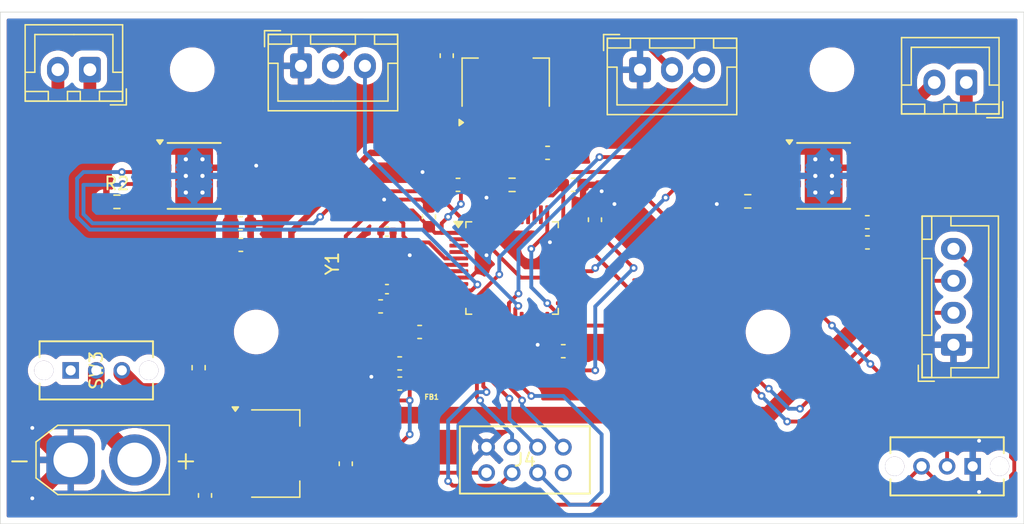
<source format=kicad_pcb>
(kicad_pcb (version 20241229) (generator "pcbnew") (generator_version "9.0")
  (layers (0 "F.Cu" signal) (2 "B.Cu" signal) (13 "F.Paste" user) (15 "B.Paste" user) (5 "F.SilkS" user "F.Silkscreen") (7 "B.SilkS" user "B.Silkscreen") (1 "F.Mask" user) (3 "B.Mask" user) (25 "Edge.Cuts" user))
  (net 0 "")
  (net 1 "PWM_M1_EN")
  (net 2 "PWM_M2_EN")
  (net 3 "SCK")
  (net 4 "/SWDIO")
  (net 5 "TIM3_CH3_SRVO2")
  (net 6 "/Fuse")
  (net 7 "+5V")
  (net 8 "+3.3VA")
  (net 9 "+12V")
  (net 10 "/Res")
  (net 11 "+3.3V")
  (net 12 "/SWCLK")
  (net 13 "I{slash}O_M1_IN")
  (net 14 "CSN")
  (net 15 "CE")
  (net 16 "MOSI")
  (net 17 "/NRST")
  (net 18 "MISO")
  (net 19 "I{slash}O_M2_IN")
  (net 20 "/M1+")
  (net 21 "/M1-")
  (net 22 "/M2+")
  (net 23 "/M2-")
  (net 24 "/ILim")
  (net 25 "GND")
  (net 26 "/HSE_IN")
  (net 27 "/HSE_OUT")
  (net 28 "/SW_BOOT0")
  (net 29 "TIM3_CH3_SRVO1")
  (footprint "Package_SO:Texas_HTSOP-8-1EP_3.9x4.9mm_P1.27mm_EP2.95x4.9mm_Mask2.4x3.1mm_ThermalVias" (layer "F.Cu") (at 127.15 93.3)
    (property "Reference" "U4" (hide yes))
    (property "Value" "DRV8871DDA")
  )
  (footprint "Package_QFP:LQFP-48_7x7mm_P0.5mm" (layer "F.Cu") (at 152 100.5)
    (property "Reference" "U6" (hide yes))
    (property "Value" "STM32F103C8Tx")
  )
  (footprint "Zesti:BEADC1608X95N" (layer "F.Cu") (at 145.678832 108.727753 90)
    (property "Reference" "FB1")
    (property "Value" "120R FerriteBead")
  )
  (footprint "JSTConnectors:CONN_B8B-PHDSS_JST" (layer "F.Cu") (at 150 114.5)
    (property "Reference" "J4")
    (property "Value" "B8B-nRF24L01")
  )
  (footprint "Connector_JST:JST_XH_B3B-XH-A_1x03_P2.50mm_Vertical" (layer "F.Cu") (at 135.5 84.7)
    (property "Reference" "J1" (hide yes))
    (property "Value" "Conn_01x03_Pin" (hide yes))
  )
  (footprint "Capacitor_SMD:C_0402_1005Metric" (layer "F.Cu") (at 142.220003 97.65 180)
    (property "Reference" "C16" (hide yes))
    (property "Value" "10p")
  )
  (footprint "Capacitor_SMD:C_0603_1608Metric" (layer "F.Cu") (at 154.775 91.5)
    (property "Reference" "C18" (hide yes))
    (property "Value" "22u")
  )
  (footprint "Capacitor_SMD:C_0603_1608Metric" (layer "F.Cu") (at 179.764991 96.921212 180)
    (property "Reference" "C8" (hide yes))
    (property "Value" "22u")
  )
  (footprint "Connector_JST:JST_XH_B2B-XH-A_1x02_P2.50mm_Vertical" (layer "F.Cu") (at 187.5 86 180)
    (property "Reference" "M2+1" (hide yes))
    (property "Value" "M2-")
  )
  (footprint "Capacitor_SMD:C_0603_1608Metric" (layer "F.Cu") (at 139 115.797986 -90)
    (property "Reference" "C11" (hide yes))
    (property "Value" "22u")
  )
  (footprint "Zesti:SPDT_OS102011_CNK" (layer "F.Cu") (at 117.499999 108.5 90)
    (property "Reference" "SW3")
    (property "Value" "SW_SPDT")
  )
  (footprint "Capacitor_SMD:C_0603_1608Metric" (layer "F.Cu") (at 156 107)
    (property "Reference" "C2" (hide yes))
    (property "Value" "100n")
  )
  (footprint "Capacitor_SMD:C_0603_1608Metric" (layer "F.Cu") (at 130.797507 98.691327 180)
    (property "Reference" "C7" (hide yes))
    (property "Value" "100n")
  )
  (footprint "Connector_JST:JST_XH_B3B-XH-A_1x03_P2.50mm_Vertical" (layer "F.Cu") (at 162 85)
    (property "Reference" "J2" (hide yes))
    (property "Value" "Conn_01x03_Pin" (hide yes))
  )
  (footprint "Resistor_SMD:R_0603_1608Metric" (layer "F.Cu") (at 170.422114 95.286652)
    (property "Reference" "R3" (hide yes))
    (property "Value" "21k")
  )
  (footprint "Zesti:SPDT_OS102011_CNK" (layer "F.Cu") (at 188 116 -90)
    (property "Reference" "SW2" (hide yes))
    (property "Value" "SW_SPDT")
  )
  (footprint "Capacitor_SMD:C_0603_1608Metric" (layer "F.Cu") (at 179.775 98.5 180)
    (property "Reference" "C9" (hide yes))
    (property "Value" "100n")
  )
  (footprint "MountingHole:MountingHole_3mm" (layer "F.Cu") (at 132 105.5)
    (property "Reference" "H3" (hide yes))
    (property "Value" "MountingHole" (hide yes))
  )
  (footprint "Capacitor_SMD:C_0603_1608Metric" (layer "F.Cu") (at 130.775 97 180)
    (property "Reference" "C6" (hide yes))
    (property "Value" "22u")
  )
  (footprint "Capacitor_SMD:C_0603_1608Metric" (layer "F.Cu") (at 143.21486 107.95559 180)
    (property "Reference" "C13" (hide yes))
    (property "Value" "1u")
  )
  (footprint "Connector_JST:JST_XH_B2B-XH-A_1x02_P2.50mm_Vertical" (layer "F.Cu") (at 119 85 180)
    (property "Reference" "M1+1" (hide yes))
    (property "Value" "M1-")
  )
  (footprint "Package_SO:Texas_HTSOP-8-1EP_3.9x4.9mm_P1.27mm_EP2.95x4.9mm_Mask2.4x3.1mm_ThermalVias" (layer "F.Cu") (at 176.35 93.3)
    (property "Reference" "U5" (hide yes))
    (property "Value" "DRV8871DDA")
  )
  (footprint "Resistor_SMD:R_0603_1608Metric" (layer "F.Cu") (at 152 94 180)
    (property "Reference" "R4" (hide yes))
    (property "Value" "10k")
  )
  (footprint "Capacitor_SMD:C_0603_1608Metric" (layer "F.Cu") (at 145.5 96.5 90)
    (property "Reference" "C1" (hide yes))
    (property "Value" "100n")
  )
  (footprint "Capacitor_SMD:C_0603_1608Metric" (layer "F.Cu") (at 147.775 94 180)
    (property "Reference" "C4" (hide yes))
    (property "Value" "100n")
  )
  (footprint "Zesti:XTAL_ABM10AIG-16.000MHZ-4Z-T3" (layer "F.Cu") (at 142.075001 99.825 180)
    (property "Reference" "Y1")
    (property "Value" "16 MHz")
  )
  (footprint "Fuse:Fuse_0603_1608Metric" (layer "F.Cu") (at 127.5 108.2875 90)
    (property "Reference" "F1" (hide yes))
    (property "Value" "Fuse")
  )
  (footprint "Capacitor_SMD:C_0603_1608Metric" (layer "F.Cu") (at 141.725 103.5 180)
    (property "Reference" "C15" (hide yes))
    (property "Value" "100n")
  )
  (footprint "Capacitor_SMD:C_0603_1608Metric" (layer "F.Cu") (at 146.891402 83.903356 -90)
    (property "Reference" "C19" (hide yes))
    (property "Value" "22u")
  )
  (footprint "MountingHole:MountingHole_3mm" (layer "F.Cu") (at 172 105.5)
    (property "Reference" "H2" (hide yes))
    (property "Value" "MountingHole" (hide yes))
  )
  (footprint "Capacitor_SMD:C_0603_1608Metric" (layer "F.Cu") (at 143.225 109.53 180)
    (property "Reference" "C14" (hide yes))
    (property "Value" "1u")
  )
  (footprint "Capacitor_SMD:C_0603_1608Metric" (layer "F.Cu") (at 128 118.275 -90)
    (property "Reference" "C10" (hide yes))
    (property "Value" "22u")
  )
  (footprint "Connector_JST:JST_XH_B4B-XH-A_1x04_P2.50mm_Vertical" (layer "F.Cu") (at 186.5 106.5 90)
    (property "Reference" "J3" (hide yes))
    (property "Value" "Conn_01x04_Pin")
  )
  (footprint "Capacitor_SMD:C_0402_1005Metric" (layer "F.Cu") (at 142.220003 102.15)
    (property "Reference" "C17" (hide yes))
    (property "Value" "10p")
  )
  (footprint "Capacitor_SMD:C_0603_1608Metric" (layer "F.Cu") (at 158.477529 96.725 90)
    (property "Reference" "C3" (hide yes))
    (property "Value" "100n")
  )
  (footprint "Package_TO_SOT_SMD:SOT-223-3_TabPin2" (layer "F.Cu") (at 151.5 86 90)
    (property "Reference" "U1" (hide yes))
    (property "Value" "AMS1117-5.0")
  )
  (footprint "Capacitor_SMD:C_0603_1608Metric" (layer "F.Cu") (at 144.775 105.5 180)
    (property "Reference" "C12" (hide yes))
    (property "Value" "10n")
  )
  (footprint "Package_TO_SOT_SMD:SOT-223-3_TabPin2" (layer "F.Cu") (at 133.5 115)
    (property "Reference" "U3" (hide yes))
    (property "Value" "AMS1117-3.3")
  )
  (footprint "Connector_AMASS:AMASS_XT30U-F_1x02_P5.0mm_Vertical" (layer "F.Cu") (at 117.5 115.5)
    (property "Reference" "J13" (hide yes))
    (property "Value" "Conn_01x02_Pin")
  )
  (footprint "MountingHole:MountingHole_3mm" (layer "F.Cu") (at 127 85)
    (property "Reference" "H4" (hide yes))
    (property "Value" "MountingHole" (hide yes))
  )
  (footprint "MountingHole:MountingHole_3mm" (layer "F.Cu") (at 177 85)
    (property "Reference" "H1" (hide yes))
    (property "Value" "MountingHole" (hide yes))
  )
  (footprint "Resistor_SMD:R_0603_1608Metric" (layer "F.Cu") (at 121.113914 95.32633)
    (property "Reference" "R2")
    (property "Value" "21k")
  )
  (footprint "Capacitor_SMD:C_0603_1608Metric" (layer "F.Cu") (at 156.775 94)
    (property "Reference" "C5" (hide yes))
    (property "Value" "10u")
  )
  (gr_line (start 112 120.5) (end 192 120.5) (stroke (width 0.05)) (layer "Edge.Cuts"))
  (gr_line (start 192 80.5) (end 112 80.5) (stroke (width 0.05)) (layer "Edge.Cuts"))
  (gr_line (start 112 80.5) (end 112 120.5) (stroke (width 0.05)) (layer "Edge.Cuts"))
  (gr_line (start 192 120.5) (end 192 80.5) (stroke (width 0.05)) (layer "Edge.Cuts"))
  (segment (start 121.5 93) (end 123.94 93) (width 0.3) (layer "F.Cu") (net 1))
  (segment (start 147.8375 102.25) (end 148.83076 102.25) (width 0.3) (layer "F.Cu") (net 1))
  (segment (start 123.94 93) (end 124.275 92.665) (width 0.3) (layer "F.Cu") (net 1))
  (segment (start 148.83076 102.25) (end 149.29038 101.79038) (width 0.3) (layer "F.Cu") (net 1))
  (via (at 121.5 93) (size 0.6) (drill 0.3) (layers "F.Cu" "B.Cu") (net 1))
  (via (at 149.29038 101.79038) (size 0.6) (drill 0.3) (layers "F.Cu" "B.Cu") (net 1))
  (segment (start 145 97.5) (end 132.5 97.5) (width 0.3) (layer "B.Cu") (net 1))
  (segment (start 149.29038 101.79038) (end 145 97.5) (width 0.3) (layer "B.Cu") (net 1))
  (segment (start 132.5 97.5) (end 119 97.5) (width 0.3) (layer "B.Cu") (net 1))
  (segment (start 118 96.5) (end 118 93.5) (width 0.3) (layer "B.Cu") (net 1))
  (segment (start 118.5 93) (end 121.5 93) (width 0.3) (layer "B.Cu") (net 1))
  (segment (start 118 93.5) (end 118.5 93) (width 0.3) (layer "B.Cu") (net 1))
  (segment (start 119 97.5) (end 118 96.5) (width 0.3) (layer "B.Cu") (net 1))
  (segment (start 158.830053 91.830053) (end 164.389477 91.830053) (width 0.3) (layer "F.Cu") (net 2))
  (segment (start 164.389477 91.830053) (end 164.391227 91.831803) (width 0.3) (layer "F.Cu") (net 2))
  (segment (start 166.501803 91.831803) (end 167.335 92.665) (width 0.3) (layer "F.Cu") (net 2))
  (segment (start 147.8375 102.75) (end 149.25 102.75) (width 0.3) (layer "F.Cu") (net 2))
  (segment (start 167.335 92.665) (end 173.475 92.665) (width 0.3) (layer "F.Cu") (net 2))
  (segment (start 164.391227 91.831803) (end 166.501803 91.831803) (width 0.3) (layer "F.Cu") (net 2))
  (segment (start 149.25 102.75) (end 151 101) (width 0.3) (layer "F.Cu") (net 2))
  (via (at 151 101) (size 0.6) (drill 0.3) (layers "F.Cu" "B.Cu") (net 2))
  (via (at 158.830053 91.830053) (size 0.6) (drill 0.3) (layers "F.Cu" "B.Cu") (net 2))
  (segment (start 151 99.660106) (end 158.830053 91.830053) (width 0.3) (layer "B.Cu") (net 2))
  (segment (start 151 101) (end 151 99.660106) (width 0.3) (layer "B.Cu") (net 2))
  (segment (start 150.25 109.16924) (end 151.79038 110.70962) (width 0.3) (layer "F.Cu") (net 3))
  (segment (start 150.25 104.6625) (end 150.25 109.16924) (width 0.3) (layer "F.Cu") (net 3))
  (via (at 151.79038 110.70962) (size 0.6) (drill 0.3) (layers "F.Cu" "B.Cu") (net 3))
  (segment (start 151.79038 110.70962) (end 151.79038 112.29038) (width 0.3) (layer "B.Cu") (net 3))
  (segment (start 151.79038 112.29038) (end 154 114.5) (width 0.3) (layer "B.Cu") (net 3))
  (segment (start 174.5 111.5) (end 184.5 101.5) (width 0.3) (layer "F.Cu") (net 4))
  (segment (start 156.1625 98.75) (end 157.75 98.75) (width 0.3) (layer "F.Cu") (net 4))
  (segment (start 163.5 104.5) (end 166.5 104.5) (width 0.3) (layer "F.Cu") (net 4))
  (segment (start 172 110) (end 172.065687 109.934313) (width 0.3) (layer "F.Cu") (net 4))
  (segment (start 166.5 104.5) (end 172 110) (width 0.3) (layer "F.Cu") (net 4))
  (segment (start 157.75 98.75) (end 163.5 104.5) (width 0.3) (layer "F.Cu") (net 4))
  (segment (start 184.5 101.5) (end 186.5 101.5) (width 0.3) (layer "F.Cu") (net 4))
  (via (at 172.065687 109.934313) (size 0.6) (drill 0.3) (layers "F.Cu" "B.Cu") (net 4))
  (via (at 174.5 111.5) (size 0.6) (drill 0.3) (layers "F.Cu" "B.Cu") (net 4))
  (segment (start 173.631374 111.5) (end 174.5 111.5) (width 0.3) (layer "B.Cu") (net 4))
  (segment (start 172.065687 109.934313) (end 173.631374 111.5) (width 0.3) (layer "B.Cu") (net 4))
  (segment (start 152.25 104.6625) (end 152.25 103.692981) (width 0.3) (layer "F.Cu") (net 5))
  (segment (start 152.25 103.692981) (end 152.488145 103.454836) (width 0.3) (layer "F.Cu") (net 5))
  (via (at 152.488145 103.454836) (size 0.6) (drill 0.3) (layers "F.Cu" "B.Cu") (net 5))
  (segment (start 140.5 91.466691) (end 140.5 84.7) (width 0.3) (layer "B.Cu") (net 5))
  (segment (start 152.488145 103.454836) (end 140.5 91.466691) (width 0.3) (layer "B.Cu") (net 5))
  (segment (start 121.5 108.733878) (end 122.916422 110.1503) (width 1.3) (layer "F.Cu") (net 6))
  (segment (start 122.916422 110.1503) (end 126.4247 110.1503) (width 1.3) (layer "F.Cu") (net 6))
  (segment (start 121.5 108.5) (end 121.5 108.733878) (width 1.3) (layer "F.Cu") (net 6))
  (segment (start 126.4247 110.1503) (end 127.5 109.075) (width 1.3) (layer "F.Cu") (net 6))
  (segment (start 151.5 82.85) (end 162.35 82.85) (width 0.5) (layer "F.Cu") (net 7))
  (segment (start 144 81.5) (end 141.2 81.5) (width 0.5) (layer "F.Cu") (net 7))
  (segment (start 145.628356 83.128356) (end 144 81.5) (width 0.5) (layer "F.Cu") (net 7))
  (segment (start 141.2 81.5) (end 138 84.7) (width 0.5) (layer "F.Cu") (net 7))
  (segment (start 146.891402 83.128356) (end 145.628356 83.128356) (width 0.5) (layer "F.Cu") (net 7))
  (segment (start 146.891402 83.128356) (end 151.221644 83.128356) (width 0.5) (layer "F.Cu") (net 7))
  (segment (start 151.221644 83.128356) (end 151.5 82.85) (width 0.5) (layer "F.Cu") (net 7))
  (segment (start 162.35 82.85) (end 164.5 85) (width 0.5) (layer "F.Cu") (net 7))
  (segment (start 143.98986 107.95559) (end 143.98986 107.06014) (width 0.3) (layer "F.Cu") (net 8))
  (segment (start 145.678832 107.992753) (end 144.027023 107.992753) (width 0.3) (layer "F.Cu") (net 8))
  (segment (start 145.55 105.5) (end 145.55 102.95) (width 0.3) (layer "F.Cu") (net 8))
  (segment (start 145.55 102.95) (end 146.75 101.75) (width 0.3) (layer "F.Cu") (net 8))
  (segment (start 143.98986 107.06014) (end 145.55 105.5) (width 0.3) (layer "F.Cu") (net 8))
  (segment (start 144.027023 107.992753) (end 143.98986 107.95559) (width 0.3) (layer "F.Cu") (net 8))
  (segment (start 146.75 101.75) (end 147.8375 101.75) (width 0.3) (layer "F.Cu") (net 8))
  (segment (start 119.499999 112.499999) (end 119.499999 108.5) (width 1.3) (layer "F.Cu") (net 9))
  (segment (start 179.225 95.205) (end 179.225 96.686203) (width 1) (layer "F.Cu") (net 9))
  (segment (start 136 108.5) (end 139.5 112) (width 1.3) (layer "F.Cu") (net 9))
  (segment (start 128 117.5) (end 128 112) (width 0.3) (layer "F.Cu") (net 9))
  (segment (start 136 103.5) (end 136 108.5) (width 1.3) (layer "F.Cu") (net 9))
  (segment (start 130.025 96.975) (end 130 97) (width 1) (layer "F.Cu") (net 9))
  (segment (start 130.025 95.205) (end 130.025 96.975) (width 1) (layer "F.Cu") (net 9))
  (segment (start 134.75 102.25) (end 136 103.5) (width 1.3) (layer "F.Cu") (net 9))
  (segment (start 128.5 111.5) (end 128.5 108.5) (width 0.3) (layer "F.Cu") (net 9))
  (segment (start 122.5 115.5) (end 119.499999 112.499999) (width 1.3) (layer "F.Cu") (net 9))
  (segment (start 127.5 107.5) (end 127.5 103.5) (width 1.3) (layer "F.Cu") (net 9))
  (segment (start 130 101) (end 130 97) (width 1.3) (layer "F.Cu") (net 9))
  (segment (start 139.5 112) (end 172 112) (width 1.3) (layer "F.Cu") (net 9))
  (segment (start 128.2 117.3) (end 128 117.5) (width 0.3) (layer "F.Cu") (net 9))
  (segment (start 134.75 97.687925) (end 134.75 102.25) (width 0.5) (layer "F.Cu") (net 9))
  (segment (start 130.35 117.3) (end 128.2 117.3) (width 0.3) (layer "F.Cu") (net 9))
  (segment (start 154 91.5) (end 140.937925 91.5) (width 0.5) (layer "F.Cu") (net 9))
  (segment (start 154 89.35) (end 153.8 89.15) (width 0.5) (layer "F.Cu") (net 9))
  (segment (start 178.989991 105.010009) (end 178.989991 96.921212) (width 1.3) (layer "F.Cu") (net 9))
  (segment (start 130 101) (end 133.5 101) (width 1.3) (layer "F.Cu") (net 9))
  (segment (start 128 112) (end 128.5 111.5) (width 0.3) (layer "F.Cu") (net 9))
  (segment (start 128.5 108.5) (end 127.5 107.5) (width 0.3) (layer "F.Cu") (net 9))
  (segment (start 172 112) (end 178.989991 105.010009) (width 1.3) (layer "F.Cu") (net 9))
  (segment (start 133.5 101) (end 134.75 102.25) (width 1.3) (layer "F.Cu") (net 9))
  (segment (start 140.937925 91.5) (end 134.75 97.687925) (width 0.5) (layer "F.Cu") (net 9))
  (segment (start 154 91.5) (end 154 89.35) (width 0.5) (layer "F.Cu") (net 9))
  (segment (start 127.5 103.5) (end 130 101) (width 1.3) (layer "F.Cu") (net 9))
  (segment (start 179.225 96.686203) (end 178.989991 96.921212) (width 1) (layer "F.Cu") (net 9))
  (segment (start 151.25 96.3375) (end 151.25 94.217497) (width 0.3) (layer "F.Cu") (net 10))
  (segment (start 151.25 94.217497) (end 151.233116 94.200613) (width 0.3) (layer "F.Cu") (net 10))
  (segment (start 141 96) (end 144.225 96) (width 0.3) (layer "F.Cu") (net 11))
  (segment (start 145.975 97.75) (end 145.5 97.275) (width 0.3) (layer "F.Cu") (net 11))
  (segment (start 158.5 108.5) (end 156.725 108.5) (width 0.3) (layer "F.Cu") (net 11))
  (segment (start 148.55 94) (end 149.376 93.174) (width 0.3) (layer "F.Cu") (net 11))
  (segment (start 148 95.5) (end 148 94.55) (width 0.3) (layer "F.Cu") (net 11))
  (segment (start 136.65 115) (end 138.977014 115) (width 0.3) (layer "F.Cu") (net 11))
  (segment (start 186.999999 119) (end 183.999999 116) (width 0.3) (layer "F.Cu") (net 11))
  (segment (start 156.4125 97.5) (end 156.1625 97.75) (width 0.3) (layer "F.Cu") (net 11))
  (segment (start 146.5 97.75) (end 146.5 97) (width 0.3) (layer "F.Cu") (net 11))
  (segment (start 158.477529 97.5) (end 156 97.5) (width 0.3) (layer "F.Cu") (net 11))
  (segment (start 139 109.5) (end 139 98) (width 0.3) (layer "F.Cu") (net 11))
  (segment (start 146.5 97.75) (end 145.975 97.75) (width 0.3) (layer "F.Cu") (net 11))
  (segment (start 149.25 96.3375) (end 149.25 94.7) (width 0.3) (layer "F.Cu") (net 11))
  (segment (start 139 109.5) (end 139.25 109.75) (width 0.3) (layer "F.Cu") (net 11))
  (segment (start 145.678832 109.462753) (end 144.067247 109.462753) (width 0.3) (layer "F.Cu") (net 11))
  (segment (start 154.75 106.525) (end 155.225 107) (width 0.3) (layer "F.Cu") (net 11))
  (segment (start 191 115.273229) (end 191.250301 115.52353) (width 0.3) (layer "F.Cu") (net 11))
  (segment (start 183.999999 116) (end 180.999999 119) (width 0.3) (layer "F.Cu") (net 11))
  (segment (start 191.250301 116.47647) (end 191 116.726771) (width 0.3) (layer "F.Cu") (net 11))
  (segment (start 154.75 104.6625) (end 154.75 106.525) (width 0.3) (layer "F.Cu") (net 11))
  (segment (start 149.25 94.7) (end 148.55 94) (width 0.3) (layer "F.Cu") (net 11))
  (segment (start 141.522986 115.022986) (end 143 116.5) (width 0.3) (layer "F.Cu") (net 11))
  (segment (start 149.376 93.174) (end 151.756774 93.174) (width 0.3) (layer "F.Cu") (net 11))
  (segment (start 141.522986 115.022986) (end 142.477014 115.022986) (width 0.3) (layer "F.Cu") (net 11))
  (segment (start 144 110.85) (end 140.35 110.85) (width 0.3) (layer "F.Cu") (net 11))
  (segment (start 191 119) (end 186.999999 119) (width 0.3) (layer "F.Cu") (net 11))
  (segment (start 142.477014 115.022986) (end 144 113.5) (width 0.3) (layer "F.Cu") (net 11))
  (segment (start 148 94.55) (end 148.55 94) (width 0.3) (layer "F.Cu") (net 11))
  (segment (start 146.5 97) (end 147 96.5) (width 0.3) (layer "F.Cu") (net 11))
  (segment (start 156 97.5875) (end 156.1625 97.75) (width 0.3) (layer "F.Cu") (net 11))
  (segment (start 138.977014 115) (end 139 115.022986) (width 0.3) (layer "F.Cu") (net 11))
  (segment (start 144.225 96) (end 145.5 97.275) (width 0.3) (layer "F.Cu") (net 11))
  (segment (start 139 115.022986) (end 141.522986 115.022986) (width 0.3) (layer "F.Cu") (net 11))
  (segment (start 156 94) (end 156 97.5) (width 0.3) (layer "F.Cu") (net 11))
  (segment (start 144 110.85) (end 144 109.53) (width 0.3) (layer "F.Cu") (net 11))
  (segment (start 180.999999 119) (end 145.5 119) (width 0.3) (layer "F.Cu") (net 11))
  (segment (start 151.756774 93.174) (end 152.074 93.491226) (width 0.3) (layer "F.Cu") (net 11))
  (segment (start 191 103.5) (end 191 115.273229) (width 0.3) (layer "F.Cu") (net 11))
  (segment (start 152.391226 94.826) (end 155.174 94.826) (width 0.3) (layer "F.Cu") (net 11))
  (segment (start 155.174 94.826) (end 156 94) (width 0.3) (layer "F.Cu") (net 11))
  (segment (start 156.725 108.5) (end 155.225 107) (width 0.3) (layer "F.Cu") (net 11))
  (segment (start 143 116.5) (end 150 116.500001) (width 0.3) (layer "F.Cu") (net 11))
  (segment (start 186.5 99) (end 191 103.5) (width 0.3) (layer "F.Cu") (net 11))
  (segment (start 152.074 93.491226) (end 152.074 94.508774) (width 0.3) (layer "F.Cu") (net 11))
  (segment (start 139 98) (end 141 96) (width 0.3) (layer "F.Cu") (net 11))
  (segment (start 145.5 119) (end 143 116.5) (width 0.3) (layer "F.Cu") (net 11))
  (segment (start 144.067247 109.462753) (end 144 109.53) (width 0.3) (layer "F.Cu") (net 11))
  (segment (start 158.477529 97.5) (end 158.5 97.5) (width 0.3) (layer "F.Cu") (net 11))
  (segment (start 147.8375 97.75) (end 146.5 97.75) (width 0.3) (layer "F.Cu") (net 11))
  (segment (start 191 116.726771) (end 191 119) (width 0.3) (layer "F.Cu") (net 11))
  (segment (start 156 97.5) (end 156 97.5875) (width 0.3) (layer "F.Cu") (net 11))
  (segment (start 140.35 110.85) (end 139 109.5) (width 0.3) (layer "F.Cu") (net 11))
  (segment (start 152.074 94.508774) (end 152.391226 94.826) (width 0.3) (layer "F.Cu") (net 11))
  (segment (start 158.5 97.5) (end 161.5 100.5) (width 0.3) (layer "F.Cu") (net 11))
  (segment (start 191.250301 115.52353) (end 191.250301 116.47647) (width 0.3) (layer "F.Cu") (net 11))
  (via (at 158.5 108.5) (size 0.6) (drill 0.3) (layers "F.Cu" "B.Cu") (net 11))
  (via (at 148 95.5) (size 0.6) (drill 0.3) (layers "F.Cu" "B.Cu") (net 11))
  (via (at 144 110.85) (size 0.6) (drill 0.3) (layers "F.Cu" "B.Cu") (net 11))
  (via (at 144 113.5) (size 0.6) (drill 0.3) (layers "F.Cu" "B.Cu") (net 11))
  (via (at 161.5 100.5) (size 0.6) (drill 0.3) (layers "F.Cu" "B.Cu") (net 11))
  (via (at 147 96.5) (size 0.6) (drill 0.3) (layers "F.Cu" "B.Cu") (net 11))
  (segment (start 161.5 100.5) (end 158.5 103.5) (width 0.3) (layer "B.Cu") (net 11))
  (segment (start 147 96.5) (end 148 95.5) (width 0.3) (layer "B.Cu") (net 11))
  (segment (start 144 113.5) (end 144 110.85) (width 0.3) (layer "B.Cu") (net 11))
  (segment (start 158.5 103.5) (end 158.5 108.5) (width 0.3) (layer "B.Cu") (net 11))
  (segment (start 183 104) (end 186.5 104) (width 0.3) (layer "F.Cu") (net 12))
  (segment (start 154.75 103.25) (end 156.5 105) (width 0.3) (layer "F.Cu") (net 12))
  (segment (start 156.5 105) (end 166 105) (width 0.3) (layer "F.Cu") (net 12))
  (segment (start 173.5 112.5) (end 174.5 112.5) (width 0.3) (layer "F.Cu") (net 12))
  (segment (start 174.5 112.5) (end 183 104) (width 0.3) (layer "F.Cu") (net 12))
  (segment (start 153.5 99) (end 154.75 97.75) (width 0.3) (layer "F.Cu") (net 12))
  (segment (start 166 105) (end 171.5 110.5) (width 0.3) (layer "F.Cu") (net 12))
  (segment (start 154.75 97.75) (end 154.75 96.3375) (width 0.3) (layer "F.Cu") (net 12))
  (via (at 171.5 110.5) (size 0.6) (drill 0.3) (layers "F.Cu" "B.Cu") (net 12))
  (via (at 154.75 103.25) (size 0.6) (drill 0.3) (layers "F.Cu" "B.Cu") (net 12))
  (via (at 153.5 99) (size 0.6) (drill 0.3) (layers "F.Cu" "B.Cu") (net 12))
  (via (at 173.5 112.5) (size 0.6) (drill 0.3) (layers "F.Cu" "B.Cu") (net 12))
  (segment (start 153.5 102) (end 154.75 103.25) (width 0.3) (layer "B.Cu") (net 12))
  (segment (start 173.5 112.5) (end 171.5 110.5) (width 0.3) (layer "B.Cu") (net 12))
  (segment (start 153.5 99) (end 153.5 102) (width 0.3) (layer "B.Cu") (net 12))
  (segment (start 145.994822 94.924) (end 146.070822 95) (width 0.3) (layer "F.Cu") (net 13))
  (segment (start 146.429534 95) (end 152.679534 101.25) (width 0.3) (layer "F.Cu") (net 13))
  (segment (start 137 96.5) (end 139 94.5) (width 0.3) (layer "F.Cu") (net 13))
  (segment (start 139 94.5) (end 145 94.5) (width 0.3) (layer "F.Cu") (net 13))
  (segment (start 145.424 94.924) (end 145.994822 94.924) (width 0.3) (layer "F.Cu") (net 13))
  (segment (start 145 94.5) (end 145.424 94.924) (width 0.3) (layer "F.Cu") (net 13))
  (segment (start 146.070822 95) (end 146.429534 95) (width 0.3) (layer "F.Cu") (net 13))
  (segment (start 121.565 93.935) (end 124.275 93.935) (width 0.3) (layer "F.Cu") (net 13))
  (segment (start 152.679534 101.25) (end 156.1625 101.25) (width 0.3) (layer "F.Cu") (net 13))
  (via (at 137 96.5) (size 0.6) (drill 0.3) (layers "F.Cu" "B.Cu") (net 13))
  (via (at 121.565 93.935) (size 0.6) (drill 0.3) (layers "F.Cu" "B.Cu") (net 13))
  (segment (start 118.501 94) (end 121.5 94) (width 0.3) (layer "B.Cu") (net 13))
  (segment (start 121.5 94) (end 121.565 93.935) (width 0.3) (layer "B.Cu") (net 13))
  (segment (start 119.20752 96.999) (end 118.501 96.29248) (width 0.3) (layer "B.Cu") (net 13))
  (segment (start 136.501 96.999) (end 119.20752 96.999) (width 0.3) (layer "B.Cu") (net 13))
  (segment (start 118.501 96.29248) (end 118.501 94) (width 0.3) (layer "B.Cu") (net 13))
  (segment (start 137 96.5) (end 136.501 96.999) (width 0.3) (layer "B.Cu") (net 13))
  (segment (start 149.75 109.75) (end 149.75 104.6625) (width 0.3) (layer "F.Cu") (net 14))
  (segment (start 150 110) (end 149.75 109.75) (width 0.3) (layer "F.Cu") (net 14))
  (segment (start 150.988599 117.511401) (end 151.999999 116.500001) (width 0.3) (layer "F.Cu") (net 14))
  (segment (start 150 110.199) (end 150 110) (width 0.3) (layer "F.Cu") (net 14))
  (segment (start 147.3614 117.511401) (end 150.988599 117.511401) (width 0.3) (layer "F.Cu") (net 14))
  (segment (start 147 117.150001) (end 147.3614 117.511401) (width 0.3) (layer "F.Cu") (net 14))
  (via (at 147 117.150001) (size 0.6) (drill 0.3) (layers "F.Cu" "B.Cu") (net 14))
  (via (at 150 110.199) (size 0.6) (drill 0.3) (layers "F.Cu" "B.Cu") (net 14))
  (segment (start 147 112.429346) (end 147 113.5) (width 0.3) (layer "B.Cu") (net 14))
  (segment (start 147 113.5) (end 147 117.150001) (width 0.3) (layer "B.Cu") (net 14))
  (segment (start 149.230346 110.199) (end 147 112.429346) (width 0.3) (layer "B.Cu") (net 14))
  (segment (start 150 110.199) (end 149.230346 110.199) (width 0.3) (layer "B.Cu") (net 14))
  (segment (start 149.5 110.85) (end 149.25 110.6) (width 0.3) (layer "F.Cu") (net 15))
  (segment (start 149.25 110.6) (end 149.25 104.6625) (width 0.3) (layer "F.Cu") (net 15))
  (via (at 149.5 110.85) (size 0.6) (drill 0.3) (layers "F.Cu" "B.Cu") (net 15))
  (segment (start 149.5 111) (end 151.999999 113.499999) (width 0.3) (layer "B.Cu") (net 15))
  (segment (start 151.999999 113.499999) (end 151.999999 114.5) (width 0.3) (layer "B.Cu") (net 15))
  (segment (start 149.5 110.85) (end 149.5 111) (width 0.3) (layer "B.Cu") (net 15))
  (segment (start 151.25 108.25) (end 153.5 110.5) (width 0.3) (layer "F.Cu") (net 16))
  (segment (start 151.25 104.6625) (end 151.25 108.25) (width 0.3) (layer "F.Cu") (net 16))
  (via (at 153.5 110.5) (size 0.6) (drill 0.3) (layers "F.Cu" "B.Cu") (net 16))
  (segment (start 156 110.5) (end 159 113.5) (width 0.3) (layer "B.Cu") (net 16))
  (segment (start 159 118) (end 158 119) (width 0.3) (layer "B.Cu") (net 16))
  (segment (start 159 113.5) (end 159 118) (width 0.3) (layer "B.Cu") (net 16))
  (segment (start 158 119) (end 156.499999 119) (width 0.3) (layer "B.Cu") (net 16))
  (segment (start 153.5 110.5) (end 156 110.5) (width 0.3) (layer "B.Cu") (net 16))
  (segment (start 156.499999 119) (end 154 116.500001) (width 0.3) (layer "B.Cu") (net 16))
  (segment (start 144 103.5) (end 142.5 103.5) (width 0.3) (layer "F.Cu") (net 17))
  (segment (start 146.75 100.75) (end 144 103.5) (width 0.3) (layer "F.Cu") (net 17))
  (segment (start 147.8375 100.75) (end 146.75 100.75) (width 0.3) (layer "F.Cu") (net 17))
  (segment (start 151 109) (end 152.780626 110.780626) (width 0.3) (layer "F.Cu") (net 18))
  (segment (start 150.75 108.75) (end 151 109) (width 0.3) (layer "F.Cu") (net 18))
  (segment (start 152.780626 110.780626) (end 152.780626 110.85) (width 0.3) (layer "F.Cu") (net 18))
  (segment (start 150.75 104.6625) (end 150.75 108.75) (width 0.3) (layer "F.Cu") (net 18))
  (via (at 152.780626 110.85) (size 0.6) (drill 0.3) (layers "F.Cu" "B.Cu") (net 18))
  (segment (start 152.780626 110.85) (end 152.780626 111.280628) (width 0.3) (layer "B.Cu") (net 18))
  (segment (start 152.780626 111.280628) (end 155.999998 114.5) (width 0.3) (layer "B.Cu") (net 18))
  (segment (start 156.1625 100.75) (end 158.25 100.75) (width 0.3) (layer "F.Cu") (net 19))
  (segment (start 158.25 100.75) (end 158.5 100.5) (width 0.3) (layer "F.Cu") (net 19))
  (segment (start 164 95) (end 165.065 93.935) (width 0.3) (layer "F.Cu") (net 19))
  (segment (start 165.065 93.935) (end 173.475 93.935) (width 0.3) (layer "F.Cu") (net 19))
  (via (at 158.5 100.5) (size 0.6) (drill 0.3) (layers "F.Cu" "B.Cu") (net 19))
  (via (at 164 95) (size 0.6) (drill 0.3) (layers "F.Cu" "B.Cu") (net 19))
  (segment (start 159.5 99.5) (end 164 95) (width 0.3) (layer "B.Cu") (net 19))
  (segment (start 158.5 100.5) (end 159.5 99.5) (width 0.3) (layer "B.Cu") (net 19))
  (segment (start 134.5 91) (end 131.799 88.299) (width 1) (layer "F.Cu") (net 20))
  (segment (start 120 88.299) (end 119 87.299) (width 1) (layer "F.Cu") (net 20))
  (segment (start 134.065 93.935) (end 134.5 93.5) (width 1) (layer "F.Cu") (net 20))
  (segment (start 131.799 88.299) (end 120 88.299) (width 1) (layer "F.Cu") (net 20))
  (segment (start 130.025 93.935) (end 134.065 93.935) (width 1) (layer "F.Cu") (net 20))
  (segment (start 134.5 93.5) (end 134.5 91) (width 1) (layer "F.Cu") (net 20))
  (segment (start 119 87.299) (end 119 85) (width 1) (layer "F.Cu") (net 20))
  (segment (start 116.5 86.7) (end 119.3 89.5) (width 1) (layer "F.Cu") (net 21))
  (segment (start 116.5 85) (end 116.5 86.7) (width 1) (layer "F.Cu") (net 21))
  (segment (start 130.025 90.025) (end 130.025 91.395) (width 1) (layer "F.Cu") (net 21))
  (segment (start 129.5 89.5) (end 130.025 90.025) (width 1) (layer "F.Cu") (net 21))
  (segment (start 119.3 89.5) (end 129.5 89.5) (width 1) (layer "F.Cu") (net 21))
  (segment (start 181.325 93.935) (end 187.5 87.76) (width 1) (layer "F.Cu") (net 22))
  (segment (start 187.5 87.76) (end 187.5 86) (width 1) (layer "F.Cu") (net 22))
  (segment (start 179.225 93.935) (end 181.325 93.935) (width 1) (layer "F.Cu") (net 22))
  (segment (start 179.225 91.395) (end 179.605 91.395) (width 1) (layer "F.Cu") (net 23))
  (segment (start 179.605 91.395) (end 185 86) (width 1) (layer "F.Cu") (net 23))
  (segment (start 122.060244 95.205) (end 121.938914 95.32633) (width 0.5) (layer "F.Cu") (net 24))
  (segment (start 173.475 95.205) (end 171.328766 95.205) (width 0.5) (layer "F.Cu") (net 24))
  (segment (start 171.328766 95.205) (end 171.247114 95.286652) (width 0.5) (layer "F.Cu") (net 24))
  (segment (start 124.275 95.205) (end 122.060244 95.205) (width 0.5) (layer "F.Cu") (net 24))
  (segment (start 155.190908 98.25) (end 154.955883 98.485025) (width 0.3) (layer "F.Cu") (net 25))
  (segment (start 154.25 106.25) (end 154 106.5) (width 0.3) (layer "F.Cu") (net 25))
  (segment (start 131.835 92.665) (end 132 92.5) (width 0.3) (layer "F.Cu") (net 25))
  (segment (start 147 94) (end 146 94) (width 0.3) (layer "F.Cu") (net 25))
  (segment (start 149.75 96.3375) (end 149.75 95.25) (width 0.3) (layer "F.Cu") (net 25))
  (segment (start 141.45 101.859997) (end 141.740003 102.15) (width 0.5) (layer "F.Cu") (net 25))
  (segment (start 117 115.5) (end 117.5 115.5) (width 1.3) (layer "F.Cu") (net 25))
  (segment (start 142.45 109.53) (end 141.53 109.53) (width 0.3) (layer "F.Cu") (net 25))
  (segment (start 146 94) (end 145 93) (width 0.3) (layer "F.Cu") (net 25))
  (segment (start 158.5 94) (end 159 94.5) (width 0.3) (layer "F.Cu") (net 25))
  (segment (start 188 116) (end 188 117.5) (width 0.3) (layer "F.Cu") (net 25))
  (segment (start 158.477529 95.95) (end 159.55 95.95) (width 0.3) (layer "F.Cu") (net 25))
  (segment (start 145.5 95.725) (end 144.925 95.15) (width 0.3) (layer "F.Cu") (net 25))
  (segment (start 117.5 115.5) (end 114.5 118.5) (width 1.3) (layer "F.Cu") (net 25))
  (segment (start 150 100) (end 150 99.5) (width 0.3) (layer "F.Cu") (net 25))
  (segment (start 168.213348 95.286652) (end 168 95.5) (width 0.5) (layer "F.Cu") (net 25))
  (segment (start 159.55 95.95) (end 160 95.5) (width 0.3) (layer "F.Cu") (net 25))
  (segment (start 154.25 104.6625) (end 154.25 106.25) (width 0.3) (layer "F.Cu") (net 25))
  (segment (start 114.5 113) (end 117 115.5) (width 1.3) (layer "F.Cu") (net 25))
  (segment (start 141.45 100.65) (end 141.45 101.859997) (width 0.5) (layer "F.Cu") (net 25))
  (segment (start 141.53 109.53) (end 141 109) (width 0.3) (layer "F.Cu") (net 25))
  (segment (start 144.925 95.15) (end 142 95.15) (width 0.3) (layer "F.Cu") (net 25))
  (segment (start 188 116) (end 188 114.5) (width 0.3) (layer "F.Cu") (net 25))
  (segment (start 156.1625 98.25) (end 155.190908 98.25) (width 0.3) (layer "F.Cu") (net 25))
  (segment (start 147.8375 101.25) (end 148.75 101.25) (width 0.3) (layer "F.Cu") (net 25))
  (segment (start 144 99.5) (end 143.5 99) (width 0.5) (layer "F.Cu") (net 25))
  (segment (start 169.597114 95.286652) (end 168.213348 95.286652) (width 0.5) (layer "F.Cu") (net 25))
  (segment (start 149.75 95.25) (end 150 95) (width 0.3) (layer "F.Cu") (net 25))
  (segment (start 148.75 101.25) (end 150 100) (width 0.3) (layer "F.Cu") (net 25))
  (segment (start 130.025 92.665) (end 131.835 92.665) (width 0.3) (layer "F.Cu") (net 25))
  (segment (start 188 114.5) (end 188.5 114) (width 0.3) (layer "F.Cu") (net 25))
  (segment (start 157.55 94) (end 158.5 94) (width 0.3) (layer "F.Cu") (net 25))
  (segment (start 188 117.5) (end 188.5 118) (width 0.3) (layer "F.Cu") (net 25))
  (segment (start 142.700002 99) (end 143.5 99) (width 0.5) (layer "F.Cu") (net 25))
  (segment (start 142.700003 97.65) (end 142.700002 99) (width 0.5) (layer "F.Cu") (net 25))
  (via (at 145 93) (size 0.6) (drill 0.3) (layers "F.Cu" "B.Cu") (net 25))
  (via (at 144 99.5) (size 0.6) (drill 0.3) (layers "F.Cu" "B.Cu") (net 25))
  (via (at 159 94.5) (size 0.6) (drill 0.3) (layers "F.Cu" "B.Cu") (net 25))
  (via (at 150 95) (size 0.6) (drill 0.3) (layers "F.Cu" "B.Cu") (net 25))
  (via (at 154.955883 98.485025) (size 0.6) (drill 0.3) (layers "F.Cu" "B.Cu") (net 25))
  (via (at 168 95.5) (size 0.6) (drill 0.3) (layers "F.Cu" "B.Cu") (net 25))
  (via (at 141 109) (size 0.6) (drill 0.3) (layers "F.Cu" "B.Cu") (net 25))
  (via (at 154 106.5) (size 0.6) (drill 0.3) (layers "F.Cu" "B.Cu") (net 25))
  (via (at 132 92.5) (size 0.6) (drill 0.3) (layers "F.Cu" "B.Cu") (net 25))
  (via (at 150 99.5) (size 0.6) (drill 0.3) (layers "F.Cu" "B.Cu") (net 25))
  (via (at 188.5 118) (size 0.6) (drill 0.3) (layers "F.Cu" "B.Cu") (net 25))
  (via (at 114.5 118.5) (size 0.6) (drill 0.3) (layers "F.Cu" "B.Cu") (net 25))
  (via (at 142 95.15) (size 0.6) (drill 0.3) (layers "F.Cu" "B.Cu") (net 25))
  (via (at 114.5 113) (size 0.6) (drill 0.3) (layers "F.Cu" "B.Cu") (net 25))
  (via (at 188.5 114) (size 0.6) (drill 0.3) (layers "F.Cu" "B.Cu") (net 25))
  (via (at 160 95.5) (size 0.6) (drill 0.3) (layers "F.Cu" "B.Cu") (net 25))
  (segment (start 147.8375 99.75) (end 146.75 99.75) (width 0.3) (layer "F.Cu") (net 26))
  (segment (start 142.42484 96.655164) (end 141.740003 97.340001) (width 0.3) (layer "F.Cu") (net 26))
  (segment (start 143.155164 96.655164) (end 142.42484 96.655164) (width 0.3) (layer "F.Cu") (net 26))
  (segment (start 141.740003 98.709996) (end 141.449999 99) (width 0.3) (layer "F.Cu") (net 26))
  (segment (start 146.75 99.75) (end 145.5 98.5) (width 0.3) (layer "F.Cu") (net 26))
  (segment (start 143.5 98) (end 143.5 97) (width 0.3) (layer "F.Cu") (net 26))
  (segment (start 143.5 97) (end 143.155164 96.655164) (width 0.3) (layer "F.Cu") (net 26))
  (segment (start 144 98.5) (end 143.5 98) (width 0.3) (layer "F.Cu") (net 26))
  (segment (start 145.5 98.5) (end 144 98.5) (width 0.3) (layer "F.Cu") (net 26))
  (segment (start 141.740003 97.340001) (end 141.740003 97.65) (width 0.3) (layer "F.Cu") (net 26))
  (segment (start 141.740003 97.65) (end 141.740003 98.709996) (width 0.3) (layer "F.Cu") (net 26))
  (segment (start 142.700003 102.15) (end 144.35 102.15) (width 0.3) (layer "F.Cu") (net 27))
  (segment (start 144.35 102.15) (end 146.25 100.25) (width 0.3) (layer "F.Cu") (net 27))
  (segment (start 142.700003 102.15) (end 142.700003 100.65) (width 0.3) (layer "F.Cu") (net 27))
  (segment (start 146.25 100.25) (end 147.8375 100.25) (width 0.3) (layer "F.Cu") (net 27))
  (segment (start 157.5 93) (end 160.5 93) (width 0.3) (layer "F.Cu") (net 28))
  (segment (start 168 100.5) (end 172.5 100.5) (width 0.3) (layer "F.Cu") (net 28))
  (segment (start 180 108) (end 186 114) (width 0.3) (layer "F.Cu") (net 28))
  (segment (start 186 114) (end 186 116) (width 0.3) (layer "F.Cu") (net 28))
  (segment (start 153.825 93) (end 157.5 93) (width 0.3) (layer "F.Cu") (net 28))
  (segment (start 172.5 100.5) (end 177 105) (width 0.3) (layer "F.Cu") (net 28))
  (segment (start 152.825 94) (end 153.825 93) (width 0.3) (layer "F.Cu") (net 28))
  (segment (start 160.5 93) (end 168 100.5) (width 0.3) (layer "F.Cu") (net 28))
  (via (at 177 105) (size 0.6) (drill 0.3) (layers "F.Cu" "B.Cu") (net 28))
  (via (at 180 108) (size 0.6) (drill 0.3) (layers "F.Cu" "B.Cu") (net 28))
  (segment (start 177 105) (end 180 108) (width 0.3) (layer "B.Cu") (net 28))
  (segment (start 151.75 104.6625) (end 151.75 103.25) (width 0.3) (layer "F.Cu") (net 29))
  (segment (start 151.75 103.25) (end 152.5 102.5) (width 0.3) (layer "F.Cu") (net 29))
  (via (at 152.5 102.5) (size 0.6) (drill 0.3) (layers "F.Cu" "B.Cu") (net 29))
  (segment (start 152.5 102.5) (end 152.5 99.079346) (width 0.3) (layer "B.Cu") (net 29))
  (segment (start 152.5 99.079346) (end 166.579346 85) (width 0.3) (layer "B.Cu") (net 29))
  (segment (start 166.579346 85) (end 167 85) (width 0.3) (layer "B.Cu") (net 29))
  (zone (net 25) (net_name "GND") (layers "F.Cu" "B.Cu") (connect_pads (clearance 0.5)) (min_thickness 0.25) (fill yes (thermal_gap 0.5) (thermal_bridge_width 0.5))
    (polygon (pts (xy 192 80.5) (xy 112 80.5) (xy 112 120.5) (xy 192 120.5)))
  )
)
</source>
